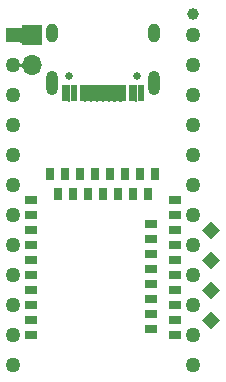
<source format=gbr>
G04 #@! TF.GenerationSoftware,KiCad,Pcbnew,(5.1.9)-1*
G04 #@! TF.CreationDate,2021-01-24T00:06:14-06:00*
G04 #@! TF.ProjectId,BlueMicro840,426c7565-4d69-4637-926f-3834302e6b69,rev?*
G04 #@! TF.SameCoordinates,Original*
G04 #@! TF.FileFunction,Soldermask,Bot*
G04 #@! TF.FilePolarity,Negative*
%FSLAX46Y46*%
G04 Gerber Fmt 4.6, Leading zero omitted, Abs format (unit mm)*
G04 Created by KiCad (PCBNEW (5.1.9)-1) date 2021-01-24 00:06:14*
%MOMM*%
%LPD*%
G01*
G04 APERTURE LIST*
%ADD10R,1.000000X0.650000*%
%ADD11R,0.650000X1.000000*%
%ADD12C,1.000000*%
%ADD13C,1.270000*%
%ADD14R,1.250000X1.250000*%
%ADD15C,0.100000*%
%ADD16O,1.000000X1.600000*%
%ADD17O,1.000000X2.100000*%
%ADD18C,0.650000*%
%ADD19R,0.300000X1.450000*%
%ADD20R,0.600000X1.450000*%
%ADD21R,1.700000X1.700000*%
%ADD22O,1.700000X1.700000*%
G04 APERTURE END LIST*
D10*
X107842533Y-128354775D03*
X97682533Y-126322775D03*
X97682533Y-127592775D03*
X97682533Y-128862775D03*
X97682533Y-130132775D03*
X97682533Y-131402775D03*
X97682533Y-132672775D03*
X97682533Y-133942775D03*
X97682533Y-135212775D03*
X97682533Y-136482775D03*
X97682533Y-137752775D03*
X109920533Y-130132775D03*
X109920533Y-137752775D03*
X109920533Y-131402775D03*
X109920533Y-136482775D03*
X109920533Y-135212775D03*
X109920533Y-133942775D03*
X109920533Y-128862775D03*
X109920533Y-132672775D03*
X109920533Y-127592775D03*
X109920533Y-126322775D03*
D11*
X106951533Y-124103775D03*
X99331533Y-124103775D03*
X105681533Y-124103775D03*
X100601533Y-124103775D03*
X101871533Y-124103775D03*
X103141533Y-124103775D03*
X108221533Y-124103775D03*
X104411533Y-124103775D03*
D10*
X107842533Y-129624775D03*
X107842533Y-130894775D03*
X107842533Y-132164775D03*
X107842533Y-133434775D03*
X107842533Y-134704775D03*
X107842533Y-135974775D03*
X107842533Y-137244775D03*
D11*
X101238533Y-125814775D03*
X99968533Y-125814775D03*
X105048533Y-125814775D03*
X102508533Y-125814775D03*
X106318533Y-125814775D03*
X107588533Y-125814775D03*
X103778533Y-125814775D03*
D12*
X111421533Y-110574775D03*
D13*
X111421533Y-112352775D03*
X111421533Y-114892775D03*
X111421533Y-117432775D03*
X111421533Y-119972775D03*
X111421533Y-122512775D03*
X111421533Y-125052775D03*
X111421533Y-127592775D03*
X111421533Y-130132775D03*
X111421533Y-132672775D03*
X111421533Y-135212775D03*
X111421533Y-137752775D03*
X111421533Y-140292775D03*
X96181533Y-140292775D03*
X96181533Y-137752775D03*
X96181533Y-135212775D03*
X96181533Y-132672775D03*
X96181533Y-130132775D03*
X96181533Y-127592775D03*
X96181533Y-125052775D03*
X96181533Y-122512775D03*
X96181533Y-119972775D03*
X96181533Y-117432775D03*
X96181533Y-114892775D03*
D14*
X96181533Y-112352775D03*
D15*
G36*
X112945533Y-134720592D02*
G01*
X112167716Y-133942775D01*
X112945533Y-133164958D01*
X113723350Y-133942775D01*
X112945533Y-134720592D01*
G37*
G36*
X112945533Y-137260592D02*
G01*
X112167716Y-136482775D01*
X112945533Y-135704958D01*
X113723350Y-136482775D01*
X112945533Y-137260592D01*
G37*
G36*
X112945533Y-129640592D02*
G01*
X112167716Y-128862775D01*
X112945533Y-128084958D01*
X113723350Y-128862775D01*
X112945533Y-129640592D01*
G37*
G36*
X112945533Y-132180592D02*
G01*
X112167716Y-131402775D01*
X112945533Y-130624958D01*
X113723350Y-131402775D01*
X112945533Y-132180592D01*
G37*
D16*
X108121533Y-112162775D03*
X99481533Y-112162775D03*
D17*
X108121533Y-116342775D03*
X99481533Y-116342775D03*
D18*
X100911533Y-115812775D03*
X106691533Y-115812775D03*
D19*
X103551533Y-117257775D03*
X104051533Y-117257775D03*
X104551533Y-117257775D03*
X103051533Y-117257775D03*
X105051533Y-117257775D03*
X102551533Y-117257775D03*
X105551533Y-117257775D03*
X102051533Y-117257775D03*
D20*
X101351533Y-117257775D03*
X106251533Y-117257775D03*
X100576533Y-117257775D03*
X107026533Y-117257775D03*
D21*
X97832533Y-112352775D03*
D22*
X97832533Y-114892775D03*
D15*
G36*
X105403265Y-116531775D02*
G01*
X105403533Y-116532775D01*
X105403533Y-117982775D01*
X105402533Y-117984507D01*
X105401533Y-117984775D01*
X105201533Y-117984775D01*
X105199801Y-117983775D01*
X105199533Y-117982775D01*
X105199533Y-116532775D01*
X105200533Y-116531043D01*
X105201533Y-116530775D01*
X105401533Y-116530775D01*
X105403265Y-116531775D01*
G37*
G36*
X104903265Y-116531775D02*
G01*
X104903533Y-116532775D01*
X104903533Y-117982775D01*
X104902533Y-117984507D01*
X104901533Y-117984775D01*
X104701533Y-117984775D01*
X104699801Y-117983775D01*
X104699533Y-117982775D01*
X104699533Y-116532775D01*
X104700533Y-116531043D01*
X104701533Y-116530775D01*
X104901533Y-116530775D01*
X104903265Y-116531775D01*
G37*
G36*
X104403265Y-116531775D02*
G01*
X104403533Y-116532775D01*
X104403533Y-117982775D01*
X104402533Y-117984507D01*
X104401533Y-117984775D01*
X104201533Y-117984775D01*
X104199801Y-117983775D01*
X104199533Y-117982775D01*
X104199533Y-116532775D01*
X104200533Y-116531043D01*
X104201533Y-116530775D01*
X104401533Y-116530775D01*
X104403265Y-116531775D01*
G37*
G36*
X103903265Y-116531775D02*
G01*
X103903533Y-116532775D01*
X103903533Y-117982775D01*
X103902533Y-117984507D01*
X103901533Y-117984775D01*
X103701533Y-117984775D01*
X103699801Y-117983775D01*
X103699533Y-117982775D01*
X103699533Y-116532775D01*
X103700533Y-116531043D01*
X103701533Y-116530775D01*
X103901533Y-116530775D01*
X103903265Y-116531775D01*
G37*
G36*
X103403265Y-116531775D02*
G01*
X103403533Y-116532775D01*
X103403533Y-117982775D01*
X103402533Y-117984507D01*
X103401533Y-117984775D01*
X103201533Y-117984775D01*
X103199801Y-117983775D01*
X103199533Y-117982775D01*
X103199533Y-116532775D01*
X103200533Y-116531043D01*
X103201533Y-116530775D01*
X103401533Y-116530775D01*
X103403265Y-116531775D01*
G37*
G36*
X102903265Y-116531775D02*
G01*
X102903533Y-116532775D01*
X102903533Y-117982775D01*
X102902533Y-117984507D01*
X102901533Y-117984775D01*
X102701533Y-117984775D01*
X102699801Y-117983775D01*
X102699533Y-117982775D01*
X102699533Y-116532775D01*
X102700533Y-116531043D01*
X102701533Y-116530775D01*
X102901533Y-116530775D01*
X102903265Y-116531775D01*
G37*
G36*
X102403265Y-116531775D02*
G01*
X102403533Y-116532775D01*
X102403533Y-117982775D01*
X102402533Y-117984507D01*
X102401533Y-117984775D01*
X102201533Y-117984775D01*
X102199801Y-117983775D01*
X102199533Y-117982775D01*
X102199533Y-116532775D01*
X102200533Y-116531043D01*
X102201533Y-116530775D01*
X102401533Y-116530775D01*
X102403265Y-116531775D01*
G37*
G36*
X101053265Y-116531775D02*
G01*
X101053533Y-116532775D01*
X101053533Y-117982775D01*
X101052533Y-117984507D01*
X101051533Y-117984775D01*
X100876533Y-117984775D01*
X100874801Y-117983775D01*
X100874533Y-117982775D01*
X100874533Y-116532775D01*
X100875533Y-116531043D01*
X100876533Y-116530775D01*
X101051533Y-116530775D01*
X101053265Y-116531775D01*
G37*
G36*
X106728265Y-116531775D02*
G01*
X106728533Y-116532775D01*
X106728533Y-117982775D01*
X106727533Y-117984507D01*
X106726533Y-117984775D01*
X106551533Y-117984775D01*
X106549801Y-117983775D01*
X106549533Y-117982775D01*
X106549533Y-116532775D01*
X106550533Y-116531043D01*
X106551533Y-116530775D01*
X106726533Y-116530775D01*
X106728265Y-116531775D01*
G37*
G36*
X97016420Y-114665651D02*
G01*
X97016922Y-114667408D01*
X96988626Y-114809659D01*
X96988626Y-114975891D01*
X97016922Y-115118142D01*
X97016279Y-115120036D01*
X97014317Y-115120426D01*
X97013046Y-115119113D01*
X97007771Y-115101724D01*
X96996406Y-115080460D01*
X96981111Y-115061823D01*
X96962474Y-115046528D01*
X96941210Y-115035163D01*
X96918135Y-115028163D01*
X96894144Y-115025800D01*
X96870153Y-115028163D01*
X96847078Y-115035163D01*
X96825814Y-115046528D01*
X96807177Y-115061823D01*
X96791882Y-115080460D01*
X96783319Y-115096482D01*
X96781620Y-115097538D01*
X96779857Y-115096595D01*
X96779707Y-115094774D01*
X96787266Y-115076524D01*
X96811475Y-114954817D01*
X96811475Y-114830733D01*
X96787266Y-114709026D01*
X96779707Y-114690776D01*
X96779968Y-114688793D01*
X96781816Y-114688028D01*
X96783319Y-114689068D01*
X96791882Y-114705090D01*
X96807178Y-114723727D01*
X96825815Y-114739022D01*
X96847078Y-114750387D01*
X96870153Y-114757387D01*
X96894144Y-114759750D01*
X96918135Y-114757387D01*
X96941210Y-114750387D01*
X96962474Y-114739022D01*
X96981111Y-114723726D01*
X96996406Y-114705089D01*
X97007771Y-114683826D01*
X97013046Y-114666437D01*
X97014506Y-114665070D01*
X97016420Y-114665651D01*
G37*
G36*
X96983698Y-111601150D02*
G01*
X96984533Y-111602776D01*
X96984533Y-113102774D01*
X96983533Y-113104506D01*
X96981533Y-113104506D01*
X96980543Y-113102970D01*
X96978161Y-113078783D01*
X96971161Y-113055708D01*
X96959796Y-113034444D01*
X96944501Y-113015807D01*
X96925864Y-113000512D01*
X96904600Y-112989147D01*
X96881525Y-112982147D01*
X96857440Y-112979775D01*
X96806533Y-112979775D01*
X96804801Y-112978775D01*
X96804533Y-112977775D01*
X96804533Y-111727775D01*
X96805533Y-111726043D01*
X96806533Y-111725775D01*
X96857440Y-111725775D01*
X96881525Y-111723403D01*
X96904600Y-111716403D01*
X96925864Y-111705038D01*
X96944501Y-111689743D01*
X96959796Y-111671106D01*
X96971161Y-111649842D01*
X96978161Y-111626767D01*
X96980543Y-111602580D01*
X96981708Y-111600954D01*
X96983698Y-111601150D01*
G37*
M02*

</source>
